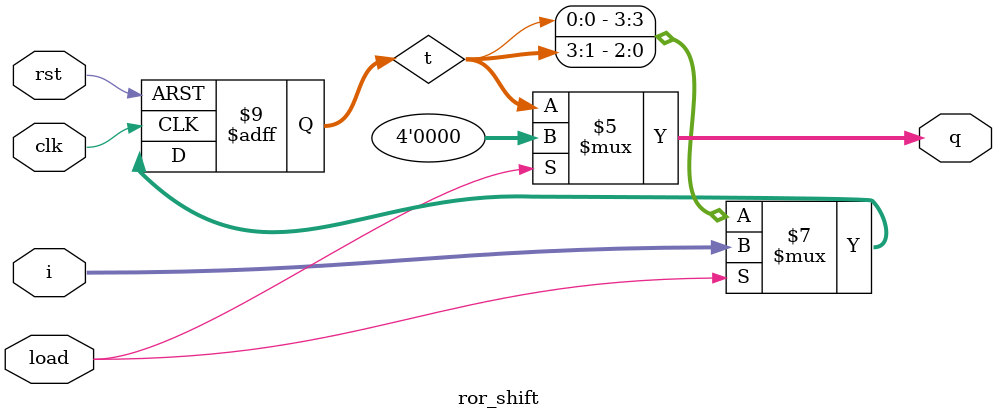
<source format=v>

module ror_shift #(parameter n=4)
(input clk,rst,load,
 input [n-1:0]i,
 output [n-1:0]q);

//reg w=1'b0;
reg [n-1:0]t;

always @ (posedge clk,negedge rst)
begin
	if(!rst)
	begin
	t<={n{1'b0}};
	//w<=1'b0;
	end
	
	else if(load==1)
	begin
	t<=i;
	end
	
	else
	begin
	t<={t[0],t[n-1:1]};
	//w<=w;
	end

end

assign q=(!load)?t:{n{1'b0}};

endmodule

</source>
